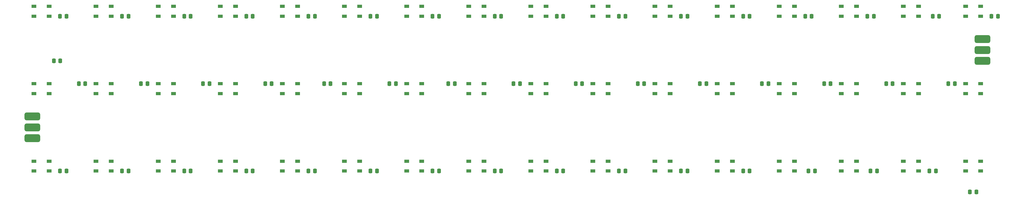
<source format=gbr>
%TF.GenerationSoftware,KiCad,Pcbnew,(6.0.10)*%
%TF.CreationDate,2023-01-22T19:50:48+01:00*%
%TF.ProjectId,exiLight,6578694c-6967-4687-942e-6b696361645f,1.1*%
%TF.SameCoordinates,Original*%
%TF.FileFunction,Paste,Top*%
%TF.FilePolarity,Positive*%
%FSLAX46Y46*%
G04 Gerber Fmt 4.6, Leading zero omitted, Abs format (unit mm)*
G04 Created by KiCad (PCBNEW (6.0.10)) date 2023-01-22 19:50:48*
%MOMM*%
%LPD*%
G01*
G04 APERTURE LIST*
G04 Aperture macros list*
%AMRoundRect*
0 Rectangle with rounded corners*
0 $1 Rounding radius*
0 $2 $3 $4 $5 $6 $7 $8 $9 X,Y pos of 4 corners*
0 Add a 4 corners polygon primitive as box body*
4,1,4,$2,$3,$4,$5,$6,$7,$8,$9,$2,$3,0*
0 Add four circle primitives for the rounded corners*
1,1,$1+$1,$2,$3*
1,1,$1+$1,$4,$5*
1,1,$1+$1,$6,$7*
1,1,$1+$1,$8,$9*
0 Add four rect primitives between the rounded corners*
20,1,$1+$1,$2,$3,$4,$5,0*
20,1,$1+$1,$4,$5,$6,$7,0*
20,1,$1+$1,$6,$7,$8,$9,0*
20,1,$1+$1,$8,$9,$2,$3,0*%
G04 Aperture macros list end*
%ADD10RoundRect,0.250000X-0.337500X-0.475000X0.337500X-0.475000X0.337500X0.475000X-0.337500X0.475000X0*%
%ADD11RoundRect,0.250000X0.337500X0.475000X-0.337500X0.475000X-0.337500X-0.475000X0.337500X-0.475000X0*%
%ADD12R,1.500000X1.000000*%
%ADD13RoundRect,0.635000X-1.905000X-0.635000X1.905000X-0.635000X1.905000X0.635000X-1.905000X0.635000X0*%
%ADD14RoundRect,0.635000X1.905000X0.635000X-1.905000X0.635000X-1.905000X-0.635000X1.905000X-0.635000X0*%
G04 APERTURE END LIST*
D10*
%TO.C,C22*%
X255000000Y-141400000D03*
X257075000Y-141400000D03*
%TD*%
D11*
%TO.C,C11*%
X271000000Y-169600000D03*
X268925000Y-169600000D03*
%TD*%
D12*
%TO.C,D37*%
X140550000Y-116400000D03*
X140550000Y-119600000D03*
X145450000Y-119600000D03*
X145450000Y-116400000D03*
%TD*%
%TO.C,D30*%
X105450000Y-144600000D03*
X105450000Y-141400000D03*
X100550000Y-141400000D03*
X100550000Y-144600000D03*
%TD*%
%TO.C,D27*%
X165450000Y-144600000D03*
X165450000Y-141400000D03*
X160550000Y-141400000D03*
X160550000Y-144600000D03*
%TD*%
%TO.C,D6*%
X160550000Y-166400000D03*
X160550000Y-169600000D03*
X165450000Y-169600000D03*
X165450000Y-166400000D03*
%TD*%
%TO.C,D11*%
X260550000Y-166400000D03*
X260550000Y-169600000D03*
X265450000Y-169600000D03*
X265450000Y-166400000D03*
%TD*%
%TO.C,D43*%
X260550000Y-116400000D03*
X260550000Y-119600000D03*
X265450000Y-119600000D03*
X265450000Y-116400000D03*
%TD*%
%TO.C,D10*%
X240550000Y-166400000D03*
X240550000Y-169600000D03*
X245450000Y-169600000D03*
X245450000Y-166400000D03*
%TD*%
D10*
%TO.C,C19*%
X315000000Y-141400000D03*
X317075000Y-141400000D03*
%TD*%
D12*
%TO.C,D26*%
X185450000Y-144600000D03*
X185450000Y-141400000D03*
X180550000Y-141400000D03*
X180550000Y-144600000D03*
%TD*%
%TO.C,D12*%
X280550000Y-166400000D03*
X280550000Y-169600000D03*
X285450000Y-169600000D03*
X285450000Y-166400000D03*
%TD*%
D10*
%TO.C,C29*%
X115000000Y-141400000D03*
X117075000Y-141400000D03*
%TD*%
D11*
%TO.C,C42*%
X251000000Y-119600000D03*
X248925000Y-119600000D03*
%TD*%
D10*
%TO.C,C17*%
X355000000Y-141400000D03*
X357075000Y-141400000D03*
%TD*%
D12*
%TO.C,D20*%
X305450000Y-144600000D03*
X305450000Y-141400000D03*
X300550000Y-141400000D03*
X300550000Y-144600000D03*
%TD*%
%TO.C,D32*%
X65450000Y-144600000D03*
X65450000Y-141400000D03*
X60550000Y-141400000D03*
X60550000Y-144600000D03*
%TD*%
D11*
%TO.C,C5*%
X151000000Y-169600000D03*
X148925000Y-169600000D03*
%TD*%
D13*
%TO.C,*%
X60000000Y-152000000D03*
%TD*%
D12*
%TO.C,D45*%
X300550000Y-116400000D03*
X300550000Y-119600000D03*
X305450000Y-119600000D03*
X305450000Y-116400000D03*
%TD*%
D11*
%TO.C,C43*%
X271000000Y-119600000D03*
X268925000Y-119600000D03*
%TD*%
D10*
%TO.C,C27*%
X153962500Y-141400000D03*
X156037500Y-141400000D03*
%TD*%
%TO.C,C23*%
X235000000Y-141400000D03*
X237075000Y-141400000D03*
%TD*%
D12*
%TO.C,D4*%
X120550000Y-166400000D03*
X120550000Y-169600000D03*
X125450000Y-169600000D03*
X125450000Y-166400000D03*
%TD*%
D11*
%TO.C,C37*%
X151000000Y-119600000D03*
X148925000Y-119600000D03*
%TD*%
D10*
%TO.C,C31*%
X75000000Y-141400000D03*
X77075000Y-141400000D03*
%TD*%
D11*
%TO.C,C32*%
X69000000Y-134000000D03*
X66925000Y-134000000D03*
%TD*%
D10*
%TO.C,C24*%
X215000000Y-141400000D03*
X217075000Y-141400000D03*
%TD*%
D12*
%TO.C,D3*%
X100550000Y-166400000D03*
X100550000Y-169600000D03*
X105450000Y-169600000D03*
X105450000Y-166400000D03*
%TD*%
D10*
%TO.C,C20*%
X295000000Y-141400000D03*
X297075000Y-141400000D03*
%TD*%
D12*
%TO.C,D33*%
X60550000Y-116400000D03*
X60550000Y-119600000D03*
X65450000Y-119600000D03*
X65450000Y-116400000D03*
%TD*%
%TO.C,D36*%
X120550000Y-116400000D03*
X120550000Y-119600000D03*
X125450000Y-119600000D03*
X125450000Y-116400000D03*
%TD*%
D11*
%TO.C,C33*%
X71000000Y-119600000D03*
X68925000Y-119600000D03*
%TD*%
D12*
%TO.C,D13*%
X300550000Y-166400000D03*
X300550000Y-169600000D03*
X305450000Y-169600000D03*
X305450000Y-166400000D03*
%TD*%
D13*
%TO.C,*%
X60000000Y-155500000D03*
%TD*%
D12*
%TO.C,D18*%
X345450000Y-144600000D03*
X345450000Y-141400000D03*
X340550000Y-141400000D03*
X340550000Y-144600000D03*
%TD*%
%TO.C,D1*%
X60550000Y-166400000D03*
X60550000Y-169600000D03*
X65450000Y-169600000D03*
X65450000Y-166400000D03*
%TD*%
D11*
%TO.C,C35*%
X111000000Y-119600000D03*
X108925000Y-119600000D03*
%TD*%
D12*
%TO.C,D25*%
X205450000Y-144600000D03*
X205450000Y-141400000D03*
X200550000Y-141400000D03*
X200550000Y-144600000D03*
%TD*%
D11*
%TO.C,C47*%
X352037500Y-119600000D03*
X349962500Y-119600000D03*
%TD*%
D12*
%TO.C,D24*%
X225450000Y-144600000D03*
X225450000Y-141400000D03*
X220550000Y-141400000D03*
X220550000Y-144600000D03*
%TD*%
%TO.C,D38*%
X160550000Y-116400000D03*
X160550000Y-119600000D03*
X165450000Y-119600000D03*
X165450000Y-116400000D03*
%TD*%
%TO.C,D23*%
X245450000Y-144600000D03*
X245450000Y-141400000D03*
X240550000Y-141400000D03*
X240550000Y-144600000D03*
%TD*%
D11*
%TO.C,C8*%
X211000000Y-169600000D03*
X208925000Y-169600000D03*
%TD*%
%TO.C,C41*%
X231000000Y-119600000D03*
X228925000Y-119600000D03*
%TD*%
D12*
%TO.C,D2*%
X80550000Y-166400000D03*
X80550000Y-169600000D03*
X85450000Y-169600000D03*
X85450000Y-166400000D03*
%TD*%
D10*
%TO.C,C21*%
X275000000Y-141400000D03*
X277075000Y-141400000D03*
%TD*%
D12*
%TO.C,D21*%
X285450000Y-144600000D03*
X285450000Y-141400000D03*
X280550000Y-141400000D03*
X280550000Y-144600000D03*
%TD*%
%TO.C,D28*%
X145450000Y-144600000D03*
X145450000Y-141400000D03*
X140550000Y-141400000D03*
X140550000Y-144600000D03*
%TD*%
D14*
%TO.C,*%
X366000000Y-130500000D03*
%TD*%
D11*
%TO.C,C9*%
X231000000Y-169600000D03*
X228925000Y-169600000D03*
%TD*%
D12*
%TO.C,D19*%
X325450000Y-144600000D03*
X325450000Y-141400000D03*
X320550000Y-141400000D03*
X320550000Y-144600000D03*
%TD*%
D11*
%TO.C,C39*%
X191000000Y-119600000D03*
X188925000Y-119600000D03*
%TD*%
%TO.C,C44*%
X291000000Y-119600000D03*
X288925000Y-119600000D03*
%TD*%
D10*
%TO.C,C30*%
X95000000Y-141400000D03*
X97075000Y-141400000D03*
%TD*%
D12*
%TO.C,D22*%
X265450000Y-144600000D03*
X265450000Y-141400000D03*
X260550000Y-141400000D03*
X260550000Y-144600000D03*
%TD*%
D10*
%TO.C,C18*%
X335000000Y-141400000D03*
X337075000Y-141400000D03*
%TD*%
D11*
%TO.C,C1*%
X71000000Y-169600000D03*
X68925000Y-169600000D03*
%TD*%
%TO.C,C48*%
X371000000Y-119600000D03*
X368925000Y-119600000D03*
%TD*%
D12*
%TO.C,D5*%
X140550000Y-166400000D03*
X140550000Y-169600000D03*
X145450000Y-169600000D03*
X145450000Y-166400000D03*
%TD*%
%TO.C,D34*%
X80550000Y-116400000D03*
X80550000Y-119600000D03*
X85450000Y-119600000D03*
X85450000Y-116400000D03*
%TD*%
%TO.C,D46*%
X320550000Y-116400000D03*
X320550000Y-119600000D03*
X325450000Y-119600000D03*
X325450000Y-116400000D03*
%TD*%
D11*
%TO.C,C14*%
X332037500Y-169600000D03*
X329962500Y-169600000D03*
%TD*%
D12*
%TO.C,D7*%
X180550000Y-166400000D03*
X180550000Y-169600000D03*
X185450000Y-169600000D03*
X185450000Y-166400000D03*
%TD*%
D11*
%TO.C,C34*%
X91000000Y-119600000D03*
X88925000Y-119600000D03*
%TD*%
D12*
%TO.C,D40*%
X200550000Y-116400000D03*
X200550000Y-119600000D03*
X205450000Y-119600000D03*
X205450000Y-116400000D03*
%TD*%
D11*
%TO.C,C10*%
X251000000Y-169600000D03*
X248925000Y-169600000D03*
%TD*%
D13*
%TO.C,*%
X60000000Y-159000000D03*
%TD*%
D14*
%TO.C,*%
X366000000Y-134000000D03*
%TD*%
D12*
%TO.C,D29*%
X125450000Y-144600000D03*
X125450000Y-141400000D03*
X120550000Y-141400000D03*
X120550000Y-144600000D03*
%TD*%
%TO.C,D31*%
X85450000Y-144600000D03*
X85450000Y-141400000D03*
X80550000Y-141400000D03*
X80550000Y-144600000D03*
%TD*%
D11*
%TO.C,C3*%
X111000000Y-169600000D03*
X108925000Y-169600000D03*
%TD*%
%TO.C,C38*%
X171000000Y-119600000D03*
X168925000Y-119600000D03*
%TD*%
%TO.C,C12*%
X291000000Y-169600000D03*
X288925000Y-169600000D03*
%TD*%
%TO.C,C46*%
X331000000Y-119600000D03*
X328925000Y-119600000D03*
%TD*%
D12*
%TO.C,D35*%
X100550000Y-116400000D03*
X100550000Y-119600000D03*
X105450000Y-119600000D03*
X105450000Y-116400000D03*
%TD*%
%TO.C,D41*%
X220550000Y-116400000D03*
X220550000Y-119600000D03*
X225450000Y-119600000D03*
X225450000Y-116400000D03*
%TD*%
%TO.C,D44*%
X280550000Y-116400000D03*
X280550000Y-119600000D03*
X285450000Y-119600000D03*
X285450000Y-116400000D03*
%TD*%
D11*
%TO.C,C15*%
X351000000Y-169600000D03*
X348925000Y-169600000D03*
%TD*%
D10*
%TO.C,C26*%
X175000000Y-141400000D03*
X177075000Y-141400000D03*
%TD*%
%TO.C,C28*%
X135000000Y-141400000D03*
X137075000Y-141400000D03*
%TD*%
D12*
%TO.C,D42*%
X240550000Y-116400000D03*
X240550000Y-119600000D03*
X245450000Y-119600000D03*
X245450000Y-116400000D03*
%TD*%
%TO.C,D8*%
X200550000Y-166400000D03*
X200550000Y-169600000D03*
X205450000Y-169600000D03*
X205450000Y-166400000D03*
%TD*%
%TO.C,D48*%
X360550000Y-116400000D03*
X360550000Y-119600000D03*
X365450000Y-119600000D03*
X365450000Y-116400000D03*
%TD*%
%TO.C,D39*%
X180550000Y-116400000D03*
X180550000Y-119600000D03*
X185450000Y-119600000D03*
X185450000Y-116400000D03*
%TD*%
%TO.C,D14*%
X320550000Y-166400000D03*
X320550000Y-169600000D03*
X325450000Y-169600000D03*
X325450000Y-166400000D03*
%TD*%
%TO.C,D17*%
X365450000Y-144600000D03*
X365450000Y-141400000D03*
X360550000Y-141400000D03*
X360550000Y-144600000D03*
%TD*%
D11*
%TO.C,C36*%
X131000000Y-119600000D03*
X128925000Y-119600000D03*
%TD*%
D12*
%TO.C,D9*%
X220550000Y-166400000D03*
X220550000Y-169600000D03*
X225450000Y-169600000D03*
X225450000Y-166400000D03*
%TD*%
D11*
%TO.C,C6*%
X171000000Y-169600000D03*
X168925000Y-169600000D03*
%TD*%
D10*
%TO.C,C25*%
X193962500Y-141400000D03*
X196037500Y-141400000D03*
%TD*%
D11*
%TO.C,C4*%
X131000000Y-169600000D03*
X128925000Y-169600000D03*
%TD*%
D12*
%TO.C,D15*%
X340550000Y-166400000D03*
X340550000Y-169600000D03*
X345450000Y-169600000D03*
X345450000Y-166400000D03*
%TD*%
D14*
%TO.C,*%
X366000000Y-127000000D03*
%TD*%
D12*
%TO.C,D16*%
X360550000Y-166400000D03*
X360550000Y-169600000D03*
X365450000Y-169600000D03*
X365450000Y-166400000D03*
%TD*%
D11*
%TO.C,C40*%
X211000000Y-119600000D03*
X208925000Y-119600000D03*
%TD*%
D10*
%TO.C,C16*%
X361962500Y-176375000D03*
X364037500Y-176375000D03*
%TD*%
D12*
%TO.C,D47*%
X340550000Y-116400000D03*
X340550000Y-119600000D03*
X345450000Y-119600000D03*
X345450000Y-116400000D03*
%TD*%
D11*
%TO.C,C13*%
X312037500Y-169600000D03*
X309962500Y-169600000D03*
%TD*%
%TO.C,C45*%
X311000000Y-119600000D03*
X308925000Y-119600000D03*
%TD*%
%TO.C,C2*%
X91000000Y-169600000D03*
X88925000Y-169600000D03*
%TD*%
%TO.C,C7*%
X191000000Y-169600000D03*
X188925000Y-169600000D03*
%TD*%
M02*

</source>
